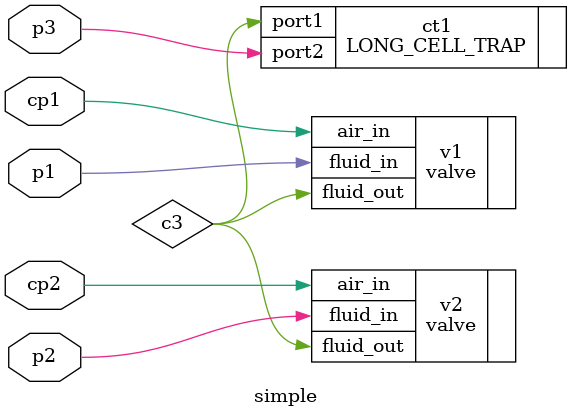
<source format=v>
module simple (
inout p1, p2, p3, cp1, cp2
);
  wire c3;
LONG_CELL_TRAP ct1(.port2(p3),.port1(c3));
valve v1(.air_in(cp1),.fluid_out(c3),.fluid_in(p1));
valve v2(.air_in(cp2),.fluid_out(c3),.fluid_in(p2));
endmodule

</source>
